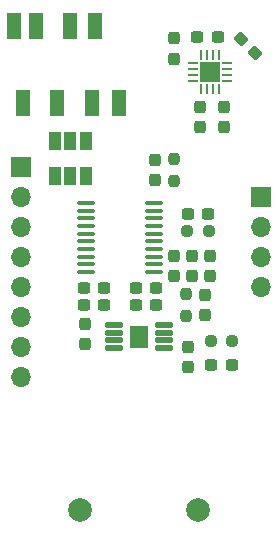
<source format=gts>
%TF.GenerationSoftware,KiCad,Pcbnew,7.0.5*%
%TF.CreationDate,2025-04-30T23:03:42+08:00*%
%TF.ProjectId,audio-test-board,61756469-6f2d-4746-9573-742d626f6172,rev?*%
%TF.SameCoordinates,Original*%
%TF.FileFunction,Soldermask,Top*%
%TF.FilePolarity,Negative*%
%FSLAX46Y46*%
G04 Gerber Fmt 4.6, Leading zero omitted, Abs format (unit mm)*
G04 Created by KiCad (PCBNEW 7.0.5) date 2025-04-30 23:03:42*
%MOMM*%
%LPD*%
G01*
G04 APERTURE LIST*
G04 Aperture macros list*
%AMRoundRect*
0 Rectangle with rounded corners*
0 $1 Rounding radius*
0 $2 $3 $4 $5 $6 $7 $8 $9 X,Y pos of 4 corners*
0 Add a 4 corners polygon primitive as box body*
4,1,4,$2,$3,$4,$5,$6,$7,$8,$9,$2,$3,0*
0 Add four circle primitives for the rounded corners*
1,1,$1+$1,$2,$3*
1,1,$1+$1,$4,$5*
1,1,$1+$1,$6,$7*
1,1,$1+$1,$8,$9*
0 Add four rect primitives between the rounded corners*
20,1,$1+$1,$2,$3,$4,$5,0*
20,1,$1+$1,$4,$5,$6,$7,0*
20,1,$1+$1,$6,$7,$8,$9,0*
20,1,$1+$1,$8,$9,$2,$3,0*%
G04 Aperture macros list end*
%ADD10R,1.570000X1.890000*%
%ADD11RoundRect,0.125000X0.600000X0.125000X-0.600000X0.125000X-0.600000X-0.125000X0.600000X-0.125000X0*%
%ADD12RoundRect,0.237500X-0.237500X0.300000X-0.237500X-0.300000X0.237500X-0.300000X0.237500X0.300000X0*%
%ADD13R,1.000000X1.500000*%
%ADD14RoundRect,0.237500X0.237500X-0.300000X0.237500X0.300000X-0.237500X0.300000X-0.237500X-0.300000X0*%
%ADD15RoundRect,0.237500X-0.250000X-0.237500X0.250000X-0.237500X0.250000X0.237500X-0.250000X0.237500X0*%
%ADD16RoundRect,0.237500X-0.300000X-0.237500X0.300000X-0.237500X0.300000X0.237500X-0.300000X0.237500X0*%
%ADD17RoundRect,0.237500X0.250000X0.237500X-0.250000X0.237500X-0.250000X-0.237500X0.250000X-0.237500X0*%
%ADD18R,1.200000X2.300000*%
%ADD19RoundRect,0.237500X0.300000X0.237500X-0.300000X0.237500X-0.300000X-0.237500X0.300000X-0.237500X0*%
%ADD20RoundRect,0.237500X-0.237500X0.250000X-0.237500X-0.250000X0.237500X-0.250000X0.237500X0.250000X0*%
%ADD21RoundRect,0.237500X-0.380070X0.044194X0.044194X-0.380070X0.380070X-0.044194X-0.044194X0.380070X0*%
%ADD22RoundRect,0.062500X0.350000X0.062500X-0.350000X0.062500X-0.350000X-0.062500X0.350000X-0.062500X0*%
%ADD23RoundRect,0.062500X0.062500X0.350000X-0.062500X0.350000X-0.062500X-0.350000X0.062500X-0.350000X0*%
%ADD24R,1.680000X1.680000*%
%ADD25RoundRect,0.100000X0.637500X0.100000X-0.637500X0.100000X-0.637500X-0.100000X0.637500X-0.100000X0*%
%ADD26C,2.000000*%
%ADD27R,1.700000X1.700000*%
%ADD28O,1.700000X1.700000*%
G04 APERTURE END LIST*
D10*
%TO.C,U3*%
X171436800Y-124483600D03*
D11*
X169286800Y-125458600D03*
X169286800Y-124808600D03*
X169286800Y-124158600D03*
X169286800Y-123508600D03*
X173586800Y-123508600D03*
X173586800Y-124158600D03*
X173586800Y-124808600D03*
X173586800Y-125458600D03*
%TD*%
D12*
%TO.C,C3*%
X175586800Y-125321100D03*
X175586800Y-127046100D03*
%TD*%
D13*
%TO.C,JP2*%
X164336800Y-107883600D03*
X165636800Y-107883600D03*
X166936800Y-107883600D03*
%TD*%
D14*
%TO.C,C6*%
X176636800Y-106746100D03*
X176636800Y-105021100D03*
%TD*%
D15*
%TO.C,R3*%
X175524300Y-115553600D03*
X177349300Y-115553600D03*
%TD*%
D16*
%TO.C,C17*%
X166786800Y-120333600D03*
X168511800Y-120333600D03*
%TD*%
D17*
%TO.C,R2*%
X179349300Y-124883600D03*
X177524300Y-124883600D03*
%TD*%
D18*
%TO.C,J2*%
X167436800Y-104697600D03*
X165636800Y-98197600D03*
X164536800Y-104697600D03*
X162736800Y-98197600D03*
X161636800Y-104697600D03*
X160836800Y-98197600D03*
X169736800Y-104697600D03*
X167736800Y-98197600D03*
%TD*%
D12*
%TO.C,C4*%
X166836800Y-123421100D03*
X166836800Y-125146100D03*
%TD*%
%TO.C,C18*%
X175936800Y-117621100D03*
X175936800Y-119346100D03*
%TD*%
%TO.C,C13*%
X172796799Y-109529974D03*
X172796799Y-111254974D03*
%TD*%
D19*
%TO.C,C1*%
X179299300Y-126883600D03*
X177574300Y-126883600D03*
%TD*%
D20*
%TO.C,R1*%
X175436800Y-120883600D03*
X175436800Y-122708600D03*
%TD*%
D16*
%TO.C,C15*%
X166786800Y-121833600D03*
X168511800Y-121833600D03*
%TD*%
D14*
%TO.C,C14*%
X174436800Y-119346100D03*
X174436800Y-117621100D03*
%TD*%
D19*
%TO.C,C12*%
X177299300Y-114093600D03*
X175574300Y-114093600D03*
%TD*%
%TO.C,C8*%
X178119300Y-99083600D03*
X176394300Y-99083600D03*
%TD*%
D21*
%TO.C,C7*%
X180067040Y-99263840D03*
X181286800Y-100483600D03*
%TD*%
D19*
%TO.C,C11*%
X172882732Y-120333600D03*
X171157732Y-120333600D03*
%TD*%
D12*
%TO.C,C16*%
X177436800Y-117621100D03*
X177436800Y-119346100D03*
%TD*%
D13*
%TO.C,JP3*%
X164336800Y-110883600D03*
X165636800Y-110883600D03*
X166936800Y-110883600D03*
%TD*%
D20*
%TO.C,R4*%
X174396799Y-109479974D03*
X174396799Y-111304974D03*
%TD*%
D22*
%TO.C,U2*%
X178919300Y-102833600D03*
X178919300Y-102333600D03*
X178919300Y-101833600D03*
X178919300Y-101333600D03*
D23*
X178206800Y-100621100D03*
X177706800Y-100621100D03*
X177206800Y-100621100D03*
X176706800Y-100621100D03*
D22*
X175994300Y-101333600D03*
X175994300Y-101833600D03*
X175994300Y-102333600D03*
X175994300Y-102833600D03*
D23*
X176706800Y-103546100D03*
X177206800Y-103546100D03*
X177706800Y-103546100D03*
X178206800Y-103546100D03*
D24*
X177456800Y-102083600D03*
%TD*%
D19*
%TO.C,C10*%
X172882732Y-121833600D03*
X171157732Y-121833600D03*
%TD*%
D25*
%TO.C,U1*%
X172699300Y-119008600D03*
X172699300Y-118358600D03*
X172699300Y-117708600D03*
X172699300Y-117058600D03*
X172699300Y-116408600D03*
X172699300Y-115758600D03*
X172699300Y-115108600D03*
X172699300Y-114458600D03*
X172699300Y-113808600D03*
X172699300Y-113158600D03*
X166974300Y-113158600D03*
X166974300Y-113808600D03*
X166974300Y-114458600D03*
X166974300Y-115108600D03*
X166974300Y-115758600D03*
X166974300Y-116408600D03*
X166974300Y-117058600D03*
X166974300Y-117708600D03*
X166974300Y-118358600D03*
X166974300Y-119008600D03*
%TD*%
D14*
%TO.C,C2*%
X177036800Y-122658600D03*
X177036800Y-120933600D03*
%TD*%
D26*
%TO.C,LS1*%
X176436800Y-139197600D03*
X166436800Y-139197600D03*
%TD*%
D14*
%TO.C,C9*%
X174436800Y-100946100D03*
X174436800Y-99221100D03*
%TD*%
%TO.C,C5*%
X178636800Y-106746100D03*
X178636800Y-105021100D03*
%TD*%
D27*
%TO.C,J3*%
X181756800Y-112623600D03*
D28*
X181756800Y-115163600D03*
X181756800Y-117703600D03*
X181756800Y-120243600D03*
%TD*%
D27*
%TO.C,J1*%
X161436800Y-110083600D03*
D28*
X161436800Y-112623600D03*
X161436800Y-115163600D03*
X161436800Y-117703600D03*
X161436800Y-120243600D03*
X161436800Y-122783600D03*
X161436800Y-125323600D03*
X161436800Y-127863600D03*
%TD*%
M02*

</source>
